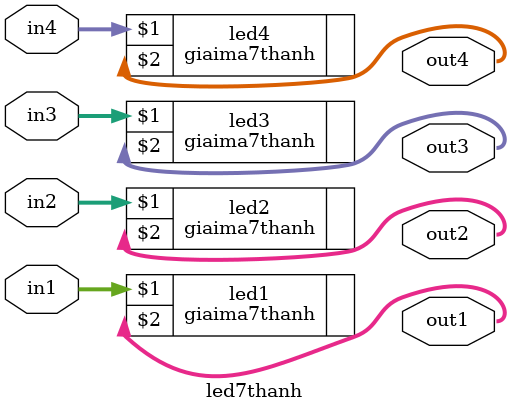
<source format=v>
module led7thanh(
    input [0:3] in1, in2, in3, in4,
    output [0:6] out1, out2, out3, out4
);

    giaima7thanh led1(in1,out1);
    giaima7thanh led2(in2,out2);
    giaima7thanh led3(in3,out3);
    giaima7thanh led4(in4,out4);
    
endmodule
</source>
